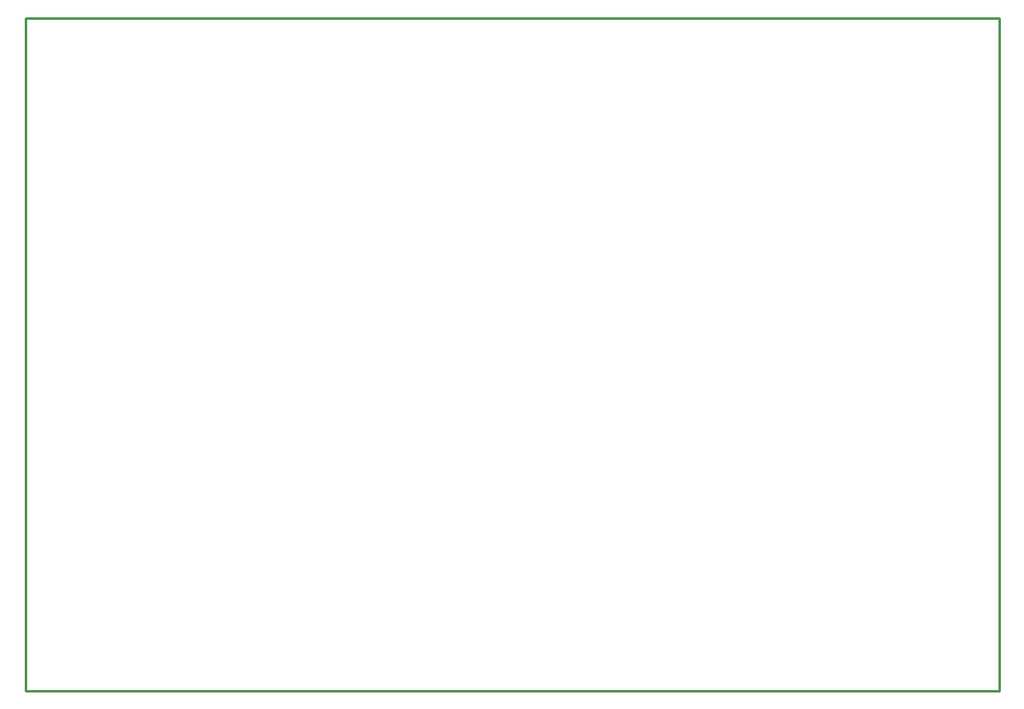
<source format=gbr>
G04*
G04 #@! TF.GenerationSoftware,Altium Limited,Altium Designer,22.4.2 (48)*
G04*
G04 Layer_Color=8388736*
%FSLAX25Y25*%
%MOIN*%
G70*
G04*
G04 #@! TF.SameCoordinates,CF3C407C-0524-4A2E-8B94-90E9F096BC4F*
G04*
G04*
G04 #@! TF.FilePolarity,Positive*
G04*
G01*
G75*
%ADD10C,0.01000*%
D10*
X0Y0D02*
Y272000D01*
Y0D02*
X393500D01*
Y272000D01*
X0D02*
X393500D01*
M02*

</source>
